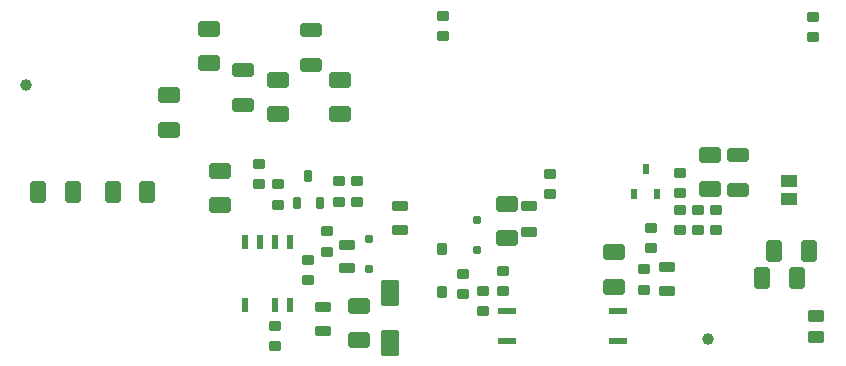
<source format=gbp>
G04*
G04 #@! TF.GenerationSoftware,Altium Limited,Altium Designer,19.0.15 (446)*
G04*
G04 Layer_Color=128*
%FSLAX25Y25*%
%MOIN*%
G70*
G01*
G75*
%ADD63C,0.03937*%
G04:AMPARAMS|DCode=69|XSize=39.37mil|YSize=35.43mil|CornerRadius=4.43mil|HoleSize=0mil|Usage=FLASHONLY|Rotation=0.000|XOffset=0mil|YOffset=0mil|HoleType=Round|Shape=RoundedRectangle|*
%AMROUNDEDRECTD69*
21,1,0.03937,0.02657,0,0,0.0*
21,1,0.03051,0.03543,0,0,0.0*
1,1,0.00886,0.01526,-0.01329*
1,1,0.00886,-0.01526,-0.01329*
1,1,0.00886,-0.01526,0.01329*
1,1,0.00886,0.01526,0.01329*
%
%ADD69ROUNDEDRECTD69*%
%ADD70R,0.05512X0.04331*%
%ADD71R,0.02362X0.03347*%
G04:AMPARAMS|DCode=72|XSize=70.87mil|YSize=51.18mil|CornerRadius=6.4mil|HoleSize=0mil|Usage=FLASHONLY|Rotation=0.000|XOffset=0mil|YOffset=0mil|HoleType=Round|Shape=RoundedRectangle|*
%AMROUNDEDRECTD72*
21,1,0.07087,0.03839,0,0,0.0*
21,1,0.05807,0.05118,0,0,0.0*
1,1,0.01280,0.02904,-0.01919*
1,1,0.01280,-0.02904,-0.01919*
1,1,0.01280,-0.02904,0.01919*
1,1,0.01280,0.02904,0.01919*
%
%ADD72ROUNDEDRECTD72*%
G04:AMPARAMS|DCode=73|XSize=55.12mil|YSize=39.37mil|CornerRadius=4.92mil|HoleSize=0mil|Usage=FLASHONLY|Rotation=0.000|XOffset=0mil|YOffset=0mil|HoleType=Round|Shape=RoundedRectangle|*
%AMROUNDEDRECTD73*
21,1,0.05512,0.02953,0,0,0.0*
21,1,0.04528,0.03937,0,0,0.0*
1,1,0.00984,0.02264,-0.01476*
1,1,0.00984,-0.02264,-0.01476*
1,1,0.00984,-0.02264,0.01476*
1,1,0.00984,0.02264,0.01476*
%
%ADD73ROUNDEDRECTD73*%
G04:AMPARAMS|DCode=74|XSize=70.87mil|YSize=51.18mil|CornerRadius=6.4mil|HoleSize=0mil|Usage=FLASHONLY|Rotation=90.000|XOffset=0mil|YOffset=0mil|HoleType=Round|Shape=RoundedRectangle|*
%AMROUNDEDRECTD74*
21,1,0.07087,0.03839,0,0,90.0*
21,1,0.05807,0.05118,0,0,90.0*
1,1,0.01280,0.01919,0.02904*
1,1,0.01280,0.01919,-0.02904*
1,1,0.01280,-0.01919,-0.02904*
1,1,0.01280,-0.01919,0.02904*
%
%ADD74ROUNDEDRECTD74*%
G04:AMPARAMS|DCode=75|XSize=51.18mil|YSize=31.5mil|CornerRadius=3.94mil|HoleSize=0mil|Usage=FLASHONLY|Rotation=180.000|XOffset=0mil|YOffset=0mil|HoleType=Round|Shape=RoundedRectangle|*
%AMROUNDEDRECTD75*
21,1,0.05118,0.02362,0,0,180.0*
21,1,0.04331,0.03150,0,0,180.0*
1,1,0.00787,-0.02165,0.01181*
1,1,0.00787,0.02165,0.01181*
1,1,0.00787,0.02165,-0.01181*
1,1,0.00787,-0.02165,-0.01181*
%
%ADD75ROUNDEDRECTD75*%
G04:AMPARAMS|DCode=76|XSize=31.5mil|YSize=39.37mil|CornerRadius=3.94mil|HoleSize=0mil|Usage=FLASHONLY|Rotation=180.000|XOffset=0mil|YOffset=0mil|HoleType=Round|Shape=RoundedRectangle|*
%AMROUNDEDRECTD76*
21,1,0.03150,0.03150,0,0,180.0*
21,1,0.02362,0.03937,0,0,180.0*
1,1,0.00787,-0.01181,0.01575*
1,1,0.00787,0.01181,0.01575*
1,1,0.00787,0.01181,-0.01575*
1,1,0.00787,-0.01181,-0.01575*
%
%ADD76ROUNDEDRECTD76*%
G04:AMPARAMS|DCode=77|XSize=23.62mil|YSize=39.37mil|CornerRadius=2.95mil|HoleSize=0mil|Usage=FLASHONLY|Rotation=180.000|XOffset=0mil|YOffset=0mil|HoleType=Round|Shape=RoundedRectangle|*
%AMROUNDEDRECTD77*
21,1,0.02362,0.03347,0,0,180.0*
21,1,0.01772,0.03937,0,0,180.0*
1,1,0.00591,-0.00886,0.01673*
1,1,0.00591,0.00886,0.01673*
1,1,0.00591,0.00886,-0.01673*
1,1,0.00591,-0.00886,-0.01673*
%
%ADD77ROUNDEDRECTD77*%
%ADD78R,0.01968X0.04724*%
G04:AMPARAMS|DCode=79|XSize=86.61mil|YSize=59.06mil|CornerRadius=7.38mil|HoleSize=0mil|Usage=FLASHONLY|Rotation=270.000|XOffset=0mil|YOffset=0mil|HoleType=Round|Shape=RoundedRectangle|*
%AMROUNDEDRECTD79*
21,1,0.08661,0.04429,0,0,270.0*
21,1,0.07185,0.05906,0,0,270.0*
1,1,0.01476,-0.02215,-0.03593*
1,1,0.01476,-0.02215,0.03593*
1,1,0.01476,0.02215,0.03593*
1,1,0.01476,0.02215,-0.03593*
%
%ADD79ROUNDEDRECTD79*%
G04:AMPARAMS|DCode=80|XSize=70.87mil|YSize=45.28mil|CornerRadius=5.66mil|HoleSize=0mil|Usage=FLASHONLY|Rotation=0.000|XOffset=0mil|YOffset=0mil|HoleType=Round|Shape=RoundedRectangle|*
%AMROUNDEDRECTD80*
21,1,0.07087,0.03396,0,0,0.0*
21,1,0.05955,0.04528,0,0,0.0*
1,1,0.01132,0.02977,-0.01698*
1,1,0.01132,-0.02977,-0.01698*
1,1,0.01132,-0.02977,0.01698*
1,1,0.01132,0.02977,0.01698*
%
%ADD80ROUNDEDRECTD80*%
G04:AMPARAMS|DCode=81|XSize=53.15mil|YSize=31.5mil|CornerRadius=3.94mil|HoleSize=0mil|Usage=FLASHONLY|Rotation=0.000|XOffset=0mil|YOffset=0mil|HoleType=Round|Shape=RoundedRectangle|*
%AMROUNDEDRECTD81*
21,1,0.05315,0.02362,0,0,0.0*
21,1,0.04528,0.03150,0,0,0.0*
1,1,0.00787,0.02264,-0.01181*
1,1,0.00787,-0.02264,-0.01181*
1,1,0.00787,-0.02264,0.01181*
1,1,0.00787,0.02264,0.01181*
%
%ADD81ROUNDEDRECTD81*%
G04:AMPARAMS|DCode=82|XSize=23.62mil|YSize=27.56mil|CornerRadius=2.95mil|HoleSize=0mil|Usage=FLASHONLY|Rotation=270.000|XOffset=0mil|YOffset=0mil|HoleType=Round|Shape=RoundedRectangle|*
%AMROUNDEDRECTD82*
21,1,0.02362,0.02165,0,0,270.0*
21,1,0.01772,0.02756,0,0,270.0*
1,1,0.00591,-0.01083,-0.00886*
1,1,0.00591,-0.01083,0.00886*
1,1,0.00591,0.01083,0.00886*
1,1,0.00591,0.01083,-0.00886*
%
%ADD82ROUNDEDRECTD82*%
%ADD83R,0.05906X0.02362*%
D63*
X269291Y445669D02*
D03*
X496457Y361024D02*
D03*
D69*
X531496Y461811D02*
D03*
Y468504D02*
D03*
X475197Y377559D02*
D03*
Y384252D02*
D03*
X414961Y382874D02*
D03*
Y376181D02*
D03*
X352362Y365551D02*
D03*
Y358858D02*
D03*
X421654Y377165D02*
D03*
Y370472D02*
D03*
X408268Y468701D02*
D03*
Y462008D02*
D03*
X363386Y380709D02*
D03*
Y387402D02*
D03*
X379528Y406890D02*
D03*
Y413583D02*
D03*
X346850Y419488D02*
D03*
Y412795D02*
D03*
X353150Y405905D02*
D03*
Y412598D02*
D03*
X477559Y398228D02*
D03*
Y391535D02*
D03*
X499213Y404134D02*
D03*
Y397441D02*
D03*
X487402Y416339D02*
D03*
Y409646D02*
D03*
X493307Y404134D02*
D03*
Y397441D02*
D03*
X487402Y404134D02*
D03*
Y397441D02*
D03*
X428346Y376969D02*
D03*
Y383661D02*
D03*
X444095Y415945D02*
D03*
Y409252D02*
D03*
X369685Y390224D02*
D03*
Y396917D02*
D03*
X373622Y413583D02*
D03*
Y406890D02*
D03*
D70*
X523622Y407677D02*
D03*
Y413583D02*
D03*
D71*
X475787Y417815D02*
D03*
X472047Y409350D02*
D03*
X479528D02*
D03*
D72*
X465354Y389961D02*
D03*
Y378543D02*
D03*
X380315Y372047D02*
D03*
Y360630D02*
D03*
X429528Y406102D02*
D03*
Y394685D02*
D03*
X316929Y430905D02*
D03*
Y442323D02*
D03*
X374016Y447441D02*
D03*
Y436024D02*
D03*
X353150Y447441D02*
D03*
Y436024D02*
D03*
X497244Y422441D02*
D03*
Y411024D02*
D03*
X333858Y417126D02*
D03*
Y405709D02*
D03*
X330315Y453150D02*
D03*
Y464567D02*
D03*
D73*
X532677Y368898D02*
D03*
Y361811D02*
D03*
D74*
X518701Y390551D02*
D03*
X530118D02*
D03*
X514764Y381496D02*
D03*
X526181D02*
D03*
X298228Y410236D02*
D03*
X309646D02*
D03*
X273425D02*
D03*
X284842D02*
D03*
D75*
X368110Y371654D02*
D03*
Y363779D02*
D03*
X394094Y397441D02*
D03*
Y405315D02*
D03*
X483071Y385039D02*
D03*
Y377165D02*
D03*
X376378Y392520D02*
D03*
Y384646D02*
D03*
D76*
X407874Y391142D02*
D03*
Y376575D02*
D03*
D77*
X363386Y415354D02*
D03*
X359646Y406299D02*
D03*
X367126D02*
D03*
D78*
X357213Y393571D02*
D03*
Y372571D02*
D03*
X352213D02*
D03*
X342213D02*
D03*
X352213Y393571D02*
D03*
X347213D02*
D03*
X342213D02*
D03*
D79*
X390551Y376378D02*
D03*
Y359842D02*
D03*
D80*
X341732Y438976D02*
D03*
Y450787D02*
D03*
X364173Y452362D02*
D03*
Y464173D02*
D03*
X506693Y422441D02*
D03*
Y410630D02*
D03*
D81*
X437008Y396850D02*
D03*
Y405512D02*
D03*
D82*
X383465Y384449D02*
D03*
Y394291D02*
D03*
X419685Y390748D02*
D03*
Y400591D02*
D03*
D83*
X466535Y370354D02*
D03*
X429528D02*
D03*
X466535Y360354D02*
D03*
X429528D02*
D03*
M02*

</source>
